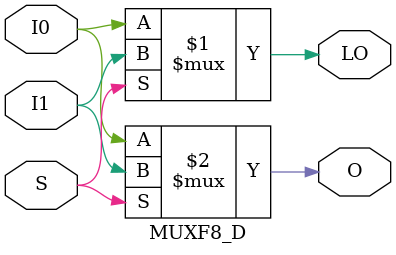
<source format=v>
`timescale  1 ps / 1 ps

module MUXF8_D
(
    input  wire I0, I1,
    input  wire S,
    output wire LO,
    output wire O
);

    assign LO = (S) ? I1 : I0;
    assign O  = (S) ? I1 : I0;

endmodule

</source>
